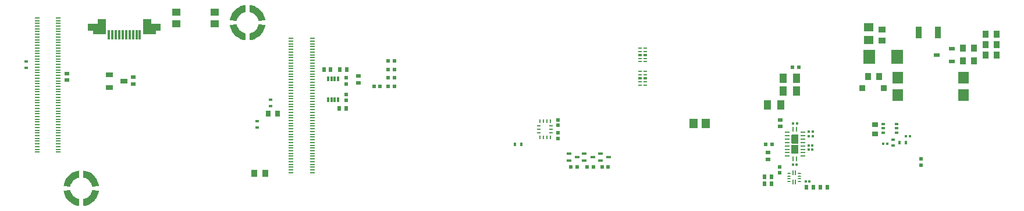
<source format=gbp>
G04*
G04 #@! TF.GenerationSoftware,Altium Limited,Altium Designer,23.5.1 (21)*
G04*
G04 Layer_Color=128*
%FSLAX44Y44*%
%MOMM*%
G71*
G04*
G04 #@! TF.SameCoordinates,DE583170-315A-417A-B135-1053CC169A87*
G04*
G04*
G04 #@! TF.FilePolarity,Positive*
G04*
G01*
G75*
%ADD19R,0.5500X0.4500*%
%ADD25R,1.0500X1.4000*%
%ADD27R,1.2000X1.0000*%
%ADD29R,0.9500X1.7000*%
%ADD42R,1.0000X0.9000*%
%ADD43R,0.9000X0.7000*%
%ADD44R,0.6500X0.5500*%
%ADD45R,0.5500X0.6500*%
%ADD46R,0.4500X0.5500*%
%ADD55R,1.4500X1.1500*%
%ADD56R,0.9000X1.0000*%
%ADD57R,0.7000X0.9000*%
%ADD58R,0.6200X0.6200*%
%ADD59R,0.6200X0.6200*%
%ADD60R,0.5200X0.5200*%
%ADD62R,0.3600X0.3200*%
G04:AMPARAMS|DCode=79|XSize=0.2mm|YSize=0.565mm|CornerRadius=0.05mm|HoleSize=0mm|Usage=FLASHONLY|Rotation=90.000|XOffset=0mm|YOffset=0mm|HoleType=Round|Shape=RoundedRectangle|*
%AMROUNDEDRECTD79*
21,1,0.2000,0.4650,0,0,90.0*
21,1,0.1000,0.5650,0,0,90.0*
1,1,0.1000,0.2325,0.0500*
1,1,0.1000,0.2325,-0.0500*
1,1,0.1000,-0.2325,-0.0500*
1,1,0.1000,-0.2325,0.0500*
%
%ADD79ROUNDEDRECTD79*%
G04:AMPARAMS|DCode=80|XSize=0.4mm|YSize=0.565mm|CornerRadius=0.05mm|HoleSize=0mm|Usage=FLASHONLY|Rotation=90.000|XOffset=0mm|YOffset=0mm|HoleType=Round|Shape=RoundedRectangle|*
%AMROUNDEDRECTD80*
21,1,0.4000,0.4650,0,0,90.0*
21,1,0.3000,0.5650,0,0,90.0*
1,1,0.1000,0.2325,0.1500*
1,1,0.1000,0.2325,-0.1500*
1,1,0.1000,-0.2325,-0.1500*
1,1,0.1000,-0.2325,0.1500*
%
%ADD80ROUNDEDRECTD80*%
%ADD205R,1.1000X0.6500*%
%ADD206R,1.5200X1.7800*%
G04:AMPARAMS|DCode=207|XSize=0.55mm|YSize=0.8mm|CornerRadius=0.0495mm|HoleSize=0mm|Usage=FLASHONLY|Rotation=90.000|XOffset=0mm|YOffset=0mm|HoleType=Round|Shape=RoundedRectangle|*
%AMROUNDEDRECTD207*
21,1,0.5500,0.7010,0,0,90.0*
21,1,0.4510,0.8000,0,0,90.0*
1,1,0.0990,0.3505,0.2255*
1,1,0.0990,0.3505,-0.2255*
1,1,0.0990,-0.3505,-0.2255*
1,1,0.0990,-0.3505,0.2255*
%
%ADD207ROUNDEDRECTD207*%
%ADD208R,1.7780X2.1590*%
%ADD209R,0.9000X0.9500*%
%ADD210R,0.4750X0.2500*%
%ADD211R,0.2500X0.4750*%
%ADD212R,0.3000X0.8000*%
%ADD213R,0.3050X1.4050*%
%ADD214R,1.0000X1.0000*%
%ADD215R,0.7100X0.3000*%
%ADD216R,0.5000X0.4000*%
%ADD217R,1.1500X1.4500*%
%ADD218R,0.7000X0.1800*%
G04:AMPARAMS|DCode=219|XSize=0.2mm|YSize=0.7mm|CornerRadius=0.05mm|HoleSize=0mm|Usage=FLASHONLY|Rotation=180.000|XOffset=0mm|YOffset=0mm|HoleType=Round|Shape=RoundedRectangle|*
%AMROUNDEDRECTD219*
21,1,0.2000,0.6000,0,0,180.0*
21,1,0.1000,0.7000,0,0,180.0*
1,1,0.1000,-0.0500,0.3000*
1,1,0.1000,0.0500,0.3000*
1,1,0.1000,0.0500,-0.3000*
1,1,0.1000,-0.0500,-0.3000*
%
%ADD219ROUNDEDRECTD219*%
G04:AMPARAMS|DCode=220|XSize=0.2mm|YSize=0.5mm|CornerRadius=0.05mm|HoleSize=0mm|Usage=FLASHONLY|Rotation=90.000|XOffset=0mm|YOffset=0mm|HoleType=Round|Shape=RoundedRectangle|*
%AMROUNDEDRECTD220*
21,1,0.2000,0.4000,0,0,90.0*
21,1,0.1000,0.5000,0,0,90.0*
1,1,0.1000,0.2000,0.0500*
1,1,0.1000,0.2000,-0.0500*
1,1,0.1000,-0.2000,-0.0500*
1,1,0.1000,-0.2000,0.0500*
%
%ADD220ROUNDEDRECTD220*%
G04:AMPARAMS|DCode=221|XSize=0.25mm|YSize=0.6mm|CornerRadius=0.025mm|HoleSize=0mm|Usage=FLASHONLY|Rotation=270.000|XOffset=0mm|YOffset=0mm|HoleType=Round|Shape=RoundedRectangle|*
%AMROUNDEDRECTD221*
21,1,0.2500,0.5500,0,0,270.0*
21,1,0.2000,0.6000,0,0,270.0*
1,1,0.0500,-0.2750,-0.1000*
1,1,0.0500,-0.2750,0.1000*
1,1,0.0500,0.2750,0.1000*
1,1,0.0500,0.2750,-0.1000*
%
%ADD221ROUNDEDRECTD221*%
G04:AMPARAMS|DCode=222|XSize=0.25mm|YSize=0.6mm|CornerRadius=0.025mm|HoleSize=0mm|Usage=FLASHONLY|Rotation=0.000|XOffset=0mm|YOffset=0mm|HoleType=Round|Shape=RoundedRectangle|*
%AMROUNDEDRECTD222*
21,1,0.2500,0.5500,0,0,0.0*
21,1,0.2000,0.6000,0,0,0.0*
1,1,0.0500,0.1000,-0.2750*
1,1,0.0500,-0.1000,-0.2750*
1,1,0.0500,-0.1000,0.2750*
1,1,0.0500,0.1000,0.2750*
%
%ADD222ROUNDEDRECTD222*%
%ADD224R,0.5500X0.5500*%
%ADD225R,0.6000X0.5500*%
%ADD227R,1.2500X2.3000*%
%ADD228R,2.6500X1.1000*%
%ADD229R,1.9500X1.6000*%
G36*
X229350Y415652D02*
X233493Y414424D01*
X237376Y412530D01*
X240894Y410021D01*
X243949Y406966D01*
X246458Y403448D01*
X248353Y399565D01*
X249580Y395421D01*
X249843Y393277D01*
X239794Y392887D01*
X239536Y394081D01*
X238751Y396392D01*
X237624Y398558D01*
X236181Y400526D01*
X234454Y402252D01*
X232486Y403696D01*
X230321Y404823D01*
X228009Y405608D01*
X226815Y405866D01*
X226815D01*
X227205Y415915D01*
X229350Y415652D01*
D02*
G37*
G36*
X221258Y405866D02*
X220065Y405608D01*
X217753Y404823D01*
X215588Y403696D01*
X213619Y402252D01*
X211893Y400526D01*
X210450Y398558D01*
X209322Y396392D01*
X208538Y394081D01*
X208280Y392887D01*
X208280D01*
X208280Y392887D01*
Y392887D01*
X198230Y393277D01*
X198494Y395421D01*
X199721Y399565D01*
X201615Y403448D01*
X204124Y406966D01*
X207180Y410021D01*
X210697Y412530D01*
X214581Y414424D01*
X218724Y415652D01*
X220868Y415915D01*
X220868D01*
X221258Y405866D01*
D02*
G37*
G36*
X208538Y386136D02*
X209322Y383825D01*
X210450Y381660D01*
X211893Y379691D01*
X213619Y377965D01*
X215588Y376521D01*
X217753Y375394D01*
X220065Y374609D01*
X221258Y374352D01*
Y374352D01*
Y374352D01*
D01*
X220868Y364302D01*
X218724Y364566D01*
X214581Y365793D01*
X210697Y367687D01*
X207180Y370196D01*
X204124Y373251D01*
X201615Y376769D01*
X199721Y380653D01*
X198494Y384796D01*
X198230Y386940D01*
X198231Y386940D01*
X208280Y387330D01*
X208538Y386136D01*
D02*
G37*
G36*
X249843Y386940D02*
X249580Y384796D01*
X248353Y380653D01*
X246458Y376769D01*
X243949Y373251D01*
X240894Y370196D01*
X237376Y367687D01*
X233493Y365793D01*
X229350Y364566D01*
X227205Y364302D01*
Y364302D01*
X226815Y374352D01*
X228009Y374609D01*
X230321Y375394D01*
X232486Y376521D01*
X234454Y377965D01*
X236181Y379691D01*
X237624Y381660D01*
X238751Y383825D01*
X239536Y386136D01*
X239794Y387330D01*
X249843Y386940D01*
D02*
G37*
G36*
X1024976Y226421D02*
X1025258Y226140D01*
X1025410Y225772D01*
Y214573D01*
Y214375D01*
X1025258Y214007D01*
X1024976Y213726D01*
X1024609Y213573D01*
X1016211D01*
X1015844Y213726D01*
X1015562Y214007D01*
X1015410Y214375D01*
Y225772D01*
X1015562Y226140D01*
X1015844Y226421D01*
X1016211Y226574D01*
X1024609D01*
X1024976Y226421D01*
D02*
G37*
G36*
Y211421D02*
X1025258Y211140D01*
X1025410Y210772D01*
Y199375D01*
X1025258Y199007D01*
X1024976Y198726D01*
X1024609Y198573D01*
X1016211D01*
X1015844Y198726D01*
X1015562Y199007D01*
X1015410Y199375D01*
Y210574D01*
Y210772D01*
X1015562Y211140D01*
X1015844Y211421D01*
X1016211Y211574D01*
X1024609D01*
X1024976Y211421D01*
D02*
G37*
G36*
X-20742Y163866D02*
X-21936Y163608D01*
X-24247Y162823D01*
X-26412Y161696D01*
X-28381Y160252D01*
X-30107Y158526D01*
X-31551Y156558D01*
X-32678Y154392D01*
X-33462Y152081D01*
X-33720Y150887D01*
X-43769Y151277D01*
X-43506Y153421D01*
X-42279Y157564D01*
X-40385Y161448D01*
X-37876Y164966D01*
X-34820Y168021D01*
X-31303Y170530D01*
X-27419Y172424D01*
X-23276Y173652D01*
X-21132Y173915D01*
X-21132D01*
X-20742Y163866D01*
D02*
G37*
G36*
X-12650Y173652D02*
X-8507Y172424D01*
X-4624Y170530D01*
X-1106Y168021D01*
X1949Y164966D01*
X4458Y161448D01*
X6352Y157564D01*
X7580Y153421D01*
X7843Y151277D01*
X-2206Y150887D01*
X-2464Y152081D01*
X-3249Y154392D01*
X-4376Y156558D01*
X-5819Y158526D01*
X-7546Y160252D01*
X-9514Y161696D01*
X-11679Y162823D01*
X-13991Y163608D01*
X-15185Y163866D01*
X-15185D01*
X-14795Y173915D01*
X-12650Y173652D01*
D02*
G37*
G36*
X-33720Y150887D02*
X-33720Y150887D01*
Y150887D01*
X-33720D01*
D02*
G37*
G36*
X-33462Y144136D02*
X-32678Y141825D01*
X-31551Y139660D01*
X-30107Y137691D01*
X-28381Y135965D01*
X-26412Y134521D01*
X-24247Y133394D01*
X-21936Y132610D01*
X-20742Y132352D01*
Y132352D01*
Y132352D01*
D01*
X-21132Y122302D01*
X-23276Y122566D01*
X-27419Y123793D01*
X-31303Y125687D01*
X-34820Y128196D01*
X-37876Y131251D01*
X-40385Y134769D01*
X-42279Y138653D01*
X-43506Y142796D01*
X-43769Y144940D01*
X-43769Y144940D01*
X-33720Y145330D01*
X-33462Y144136D01*
D02*
G37*
G36*
X7843Y144940D02*
X7580Y142796D01*
X6352Y138653D01*
X4458Y134769D01*
X1949Y131251D01*
X-1106Y128196D01*
X-4624Y125687D01*
X-8507Y123793D01*
X-12650Y122566D01*
X-14795Y122302D01*
Y122302D01*
X-15185Y132352D01*
X-13991Y132610D01*
X-11679Y133394D01*
X-9514Y134521D01*
X-7546Y135965D01*
X-5819Y137691D01*
X-4376Y139660D01*
X-3249Y141825D01*
X-2464Y144136D01*
X-2206Y145330D01*
X7843Y144940D01*
D02*
G37*
D19*
X1163208Y210500D02*
D03*
Y219500D02*
D03*
X-98044Y324176D02*
D03*
Y333176D02*
D03*
X237744Y245872D02*
D03*
Y236872D02*
D03*
X257118Y268478D02*
D03*
Y277478D02*
D03*
D25*
X1022533Y309000D02*
D03*
X1003533D02*
D03*
X1022533Y290000D02*
D03*
X1003533D02*
D03*
X999533Y270000D02*
D03*
X980533D02*
D03*
D27*
X120336Y405756D02*
D03*
Y388756D02*
D03*
X176336Y405756D02*
D03*
Y388756D02*
D03*
D29*
X1228891Y376000D02*
D03*
X1200891D02*
D03*
D42*
X1146891Y380000D02*
D03*
Y364000D02*
D03*
D43*
X1137158Y227212D02*
D03*
Y241212D02*
D03*
D44*
X999120Y238225D02*
D03*
Y248225D02*
D03*
X980948Y190072D02*
D03*
X980948Y200072D02*
D03*
X-39116Y305896D02*
D03*
Y315896D02*
D03*
X385000Y302000D02*
D03*
Y312000D02*
D03*
X57510Y310639D02*
D03*
Y300639D02*
D03*
D45*
X1067750Y149750D02*
D03*
X1057750D02*
D03*
X1047290Y149500D02*
D03*
X1037290D02*
D03*
X344900Y321610D02*
D03*
X334900D02*
D03*
X368000Y321610D02*
D03*
X358000D02*
D03*
X367470Y264898D02*
D03*
X357470D02*
D03*
X986114Y164973D02*
D03*
X976114D02*
D03*
X986114Y154473D02*
D03*
X976114D02*
D03*
D46*
X1172790Y215102D02*
D03*
X1181790D02*
D03*
X622278Y212537D02*
D03*
X613278D02*
D03*
D55*
X1127891Y383000D02*
D03*
Y365000D02*
D03*
D56*
X1298000Y343000D02*
D03*
X1314000D02*
D03*
X1314000Y358000D02*
D03*
X1298000D02*
D03*
X1298000Y373000D02*
D03*
X1314000D02*
D03*
X1126891Y311750D02*
D03*
X1142891D02*
D03*
X1280958Y352500D02*
D03*
X1264958D02*
D03*
X234000Y170100D02*
D03*
X250000D02*
D03*
X1264958Y334000D02*
D03*
X1280958D02*
D03*
D57*
X254000Y257000D02*
D03*
X268000D02*
D03*
D58*
X1203876Y182190D02*
D03*
Y191190D02*
D03*
X367470Y300398D02*
D03*
Y309398D02*
D03*
X367470Y285398D02*
D03*
Y276398D02*
D03*
X998282Y179713D02*
D03*
Y170713D02*
D03*
D59*
X978000Y212000D02*
D03*
X987000D02*
D03*
X428774Y321918D02*
D03*
X437774D02*
D03*
X407803Y297010D02*
D03*
X416803D02*
D03*
X428774Y309398D02*
D03*
X437774D02*
D03*
X428803Y333824D02*
D03*
X437803D02*
D03*
X437803Y297010D02*
D03*
X428803D02*
D03*
X1026033Y325000D02*
D03*
X1017033D02*
D03*
D60*
X676000Y248000D02*
D03*
Y240000D02*
D03*
Y229000D02*
D03*
Y221000D02*
D03*
D62*
X1040710Y231000D02*
D03*
X1046310D02*
D03*
X1040610Y224570D02*
D03*
X1046210D02*
D03*
X1040410Y210520D02*
D03*
X1046010D02*
D03*
X1040410Y204520D02*
D03*
X1046010D02*
D03*
X1017747Y243000D02*
D03*
X1023347D02*
D03*
X1017610Y182274D02*
D03*
X1023210D02*
D03*
X1187999Y224000D02*
D03*
X1182399D02*
D03*
X1149200Y213360D02*
D03*
X1154800D02*
D03*
X1036200Y158114D02*
D03*
X1041800D02*
D03*
D79*
X803000Y299000D02*
D03*
Y304000D02*
D03*
Y314000D02*
D03*
Y319000D02*
D03*
X794650D02*
D03*
Y314000D02*
D03*
Y304000D02*
D03*
Y299000D02*
D03*
X803000Y333000D02*
D03*
Y338000D02*
D03*
Y348000D02*
D03*
Y353000D02*
D03*
X794650D02*
D03*
Y348000D02*
D03*
Y338000D02*
D03*
Y333000D02*
D03*
D80*
X803000Y309000D02*
D03*
X794650D02*
D03*
X803000Y343000D02*
D03*
X794650D02*
D03*
D205*
X23010Y295039D02*
D03*
Y314239D02*
D03*
X44010Y304639D02*
D03*
D206*
X1170291Y284300D02*
D03*
Y309700D02*
D03*
X1265491Y284300D02*
D03*
Y309700D02*
D03*
D207*
X1226958Y342500D02*
D03*
X1248958Y333000D02*
D03*
Y352000D02*
D03*
D208*
X1169211Y340000D02*
D03*
X1128571D02*
D03*
D209*
X1118141Y294750D02*
D03*
X1149641Y294750D02*
D03*
D210*
X665915Y229500D02*
D03*
Y239500D02*
D03*
Y234500D02*
D03*
X647665Y229500D02*
D03*
Y239500D02*
D03*
Y234500D02*
D03*
D211*
X649290Y222875D02*
D03*
X664290D02*
D03*
X659290D02*
D03*
X654290D02*
D03*
X649290Y246125D02*
D03*
X664290D02*
D03*
X659290D02*
D03*
X654290D02*
D03*
D212*
X355970Y277398D02*
D03*
X350970D02*
D03*
X345970D02*
D03*
X340970D02*
D03*
X355970Y308398D02*
D03*
X350970D02*
D03*
X345970D02*
D03*
X340970D02*
D03*
D213*
X22340Y372110D02*
D03*
D03*
X27340D02*
D03*
X32340D02*
D03*
X37340D02*
D03*
X42340D02*
D03*
X47340D02*
D03*
X52340D02*
D03*
X57340D02*
D03*
X62340D02*
D03*
X67340D02*
D03*
D214*
X7850Y381920D02*
D03*
X82000Y382000D02*
D03*
D215*
X737150Y189000D02*
D03*
Y199000D02*
D03*
X749350Y194000D02*
D03*
X714150Y189000D02*
D03*
Y199000D02*
D03*
X726350Y194000D02*
D03*
X691550Y189000D02*
D03*
Y199000D02*
D03*
X703750Y194000D02*
D03*
D216*
X1168248Y242212D02*
D03*
Y235712D02*
D03*
Y229212D02*
D03*
X1149248D02*
D03*
Y235712D02*
D03*
Y242212D02*
D03*
D217*
X873000Y243000D02*
D03*
X891000D02*
D03*
D218*
X-51500Y201000D02*
D03*
X-82300D02*
D03*
X-51500Y205000D02*
D03*
X-82300D02*
D03*
X-51500Y209000D02*
D03*
X-82300D02*
D03*
X-51500Y213000D02*
D03*
X-82300D02*
D03*
X-51500Y217000D02*
D03*
X-82300D02*
D03*
X-51500Y221000D02*
D03*
X-82300D02*
D03*
X-51500Y225000D02*
D03*
X-82300D02*
D03*
X-51500Y229000D02*
D03*
X-82300D02*
D03*
X-51500Y233000D02*
D03*
X-82300D02*
D03*
X-51500Y237000D02*
D03*
X-82300D02*
D03*
X-51500Y241000D02*
D03*
X-82300D02*
D03*
X-51500Y245000D02*
D03*
X-82300D02*
D03*
Y249000D02*
D03*
X-51500D02*
D03*
Y253000D02*
D03*
X-82300D02*
D03*
X-51500Y257000D02*
D03*
X-82300D02*
D03*
X-51500Y261000D02*
D03*
X-82300D02*
D03*
X-51500Y265000D02*
D03*
X-82300D02*
D03*
Y269000D02*
D03*
X-51500D02*
D03*
Y273000D02*
D03*
X-82300D02*
D03*
Y277000D02*
D03*
X-51500D02*
D03*
X-82300Y281000D02*
D03*
X-51500D02*
D03*
X-82300Y285000D02*
D03*
X-51500D02*
D03*
X-82300Y289000D02*
D03*
X-51500D02*
D03*
X-82300Y293000D02*
D03*
X-51500D02*
D03*
Y297000D02*
D03*
X-82300D02*
D03*
Y301000D02*
D03*
X-51500D02*
D03*
X-82300Y305000D02*
D03*
X-51500D02*
D03*
X-82300Y309000D02*
D03*
X-51500D02*
D03*
X-82300Y313000D02*
D03*
X-51500D02*
D03*
Y317000D02*
D03*
X-82300D02*
D03*
Y321000D02*
D03*
X-51500D02*
D03*
Y325000D02*
D03*
X-82300D02*
D03*
X-51500Y329000D02*
D03*
X-82300D02*
D03*
X-51500Y333000D02*
D03*
X-82300D02*
D03*
Y337000D02*
D03*
X-51500D02*
D03*
Y341000D02*
D03*
X-82300D02*
D03*
X-51500Y345000D02*
D03*
X-82300D02*
D03*
Y349000D02*
D03*
X-51500D02*
D03*
Y353000D02*
D03*
X-82300D02*
D03*
X-51500Y357000D02*
D03*
X-82300D02*
D03*
Y361000D02*
D03*
X-51500D02*
D03*
Y365000D02*
D03*
X-82300D02*
D03*
X-51500Y369000D02*
D03*
X-82300D02*
D03*
X-51500Y373000D02*
D03*
X-82300D02*
D03*
X-51500Y377000D02*
D03*
X-82300D02*
D03*
X-51500Y381000D02*
D03*
X-82300D02*
D03*
X-51500Y385000D02*
D03*
X-82300D02*
D03*
Y389000D02*
D03*
X-51500D02*
D03*
Y393000D02*
D03*
X-82300D02*
D03*
X-51500Y397000D02*
D03*
X-82300D02*
D03*
X287450Y367000D02*
D03*
X318250D02*
D03*
X287450Y363000D02*
D03*
X318250D02*
D03*
Y359000D02*
D03*
X287450D02*
D03*
Y355000D02*
D03*
X318250D02*
D03*
X287450Y351000D02*
D03*
X318250D02*
D03*
X287450Y347000D02*
D03*
X318250D02*
D03*
X287450Y343000D02*
D03*
X318250D02*
D03*
X287450Y339000D02*
D03*
X318250D02*
D03*
X287450Y335000D02*
D03*
X318250D02*
D03*
Y331000D02*
D03*
X287450D02*
D03*
Y327000D02*
D03*
X318250D02*
D03*
X287450Y323000D02*
D03*
X318250D02*
D03*
Y319000D02*
D03*
X287450D02*
D03*
Y315000D02*
D03*
X318250D02*
D03*
X287450Y311000D02*
D03*
X318250D02*
D03*
Y307000D02*
D03*
X287450D02*
D03*
Y303000D02*
D03*
X318250D02*
D03*
X287450Y299000D02*
D03*
X318250D02*
D03*
X287450Y295000D02*
D03*
X318250D02*
D03*
Y291000D02*
D03*
X287450D02*
D03*
Y287000D02*
D03*
X318250D02*
D03*
Y283000D02*
D03*
X287450D02*
D03*
X318250Y279000D02*
D03*
X287450D02*
D03*
X318250Y275000D02*
D03*
X287450D02*
D03*
X318250Y271000D02*
D03*
X287450D02*
D03*
Y267000D02*
D03*
X318250D02*
D03*
Y263000D02*
D03*
X287450D02*
D03*
X318250Y259000D02*
D03*
X287450D02*
D03*
X318250Y255000D02*
D03*
X287450D02*
D03*
X318250Y251000D02*
D03*
X287450D02*
D03*
X318250Y247000D02*
D03*
X287450D02*
D03*
Y243000D02*
D03*
X318250D02*
D03*
Y239000D02*
D03*
X287450D02*
D03*
Y235000D02*
D03*
X318250D02*
D03*
X287450Y231000D02*
D03*
X318250D02*
D03*
X287450Y227000D02*
D03*
X318250D02*
D03*
X287450Y223000D02*
D03*
X318250D02*
D03*
Y219000D02*
D03*
X287450D02*
D03*
Y215000D02*
D03*
X318250D02*
D03*
X287450Y211000D02*
D03*
X318250D02*
D03*
X287450Y207000D02*
D03*
X318250D02*
D03*
X287450Y203000D02*
D03*
X318250D02*
D03*
X287450Y199000D02*
D03*
X318250D02*
D03*
X287450Y195000D02*
D03*
X318250D02*
D03*
X287450Y191000D02*
D03*
X318250D02*
D03*
X287450Y187000D02*
D03*
X318250D02*
D03*
X287450Y183000D02*
D03*
X318250D02*
D03*
X287450Y179000D02*
D03*
X318250D02*
D03*
X287450Y175000D02*
D03*
X318250D02*
D03*
X287450Y171000D02*
D03*
X318250D02*
D03*
D219*
X1017417Y170573D02*
D03*
X1021417D02*
D03*
Y157573D02*
D03*
X1017417D02*
D03*
D220*
X1026916Y170073D02*
D03*
Y166073D02*
D03*
Y162073D02*
D03*
Y158073D02*
D03*
X1011916D02*
D03*
Y162073D02*
D03*
Y166073D02*
D03*
Y170073D02*
D03*
D221*
X1031910Y200074D02*
D03*
Y195074D02*
D03*
Y220074D02*
D03*
Y215074D02*
D03*
Y210074D02*
D03*
Y205074D02*
D03*
Y230074D02*
D03*
Y225074D02*
D03*
X1008910Y230074D02*
D03*
Y215074D02*
D03*
Y210074D02*
D03*
Y195074D02*
D03*
Y220074D02*
D03*
Y225074D02*
D03*
Y200074D02*
D03*
Y205074D02*
D03*
D222*
X1017910Y191074D02*
D03*
X1022910D02*
D03*
Y234074D02*
D03*
X1017910D02*
D03*
D224*
X694500Y179500D02*
D03*
X703500D02*
D03*
X718250D02*
D03*
X727250D02*
D03*
D225*
X740000D02*
D03*
X748500D02*
D03*
D227*
X11590Y384610D02*
D03*
X78090D02*
D03*
D228*
X4590Y383610D02*
D03*
X85090Y383610D02*
D03*
D229*
X8090Y381110D02*
D03*
X81590Y381110D02*
D03*
M02*

</source>
